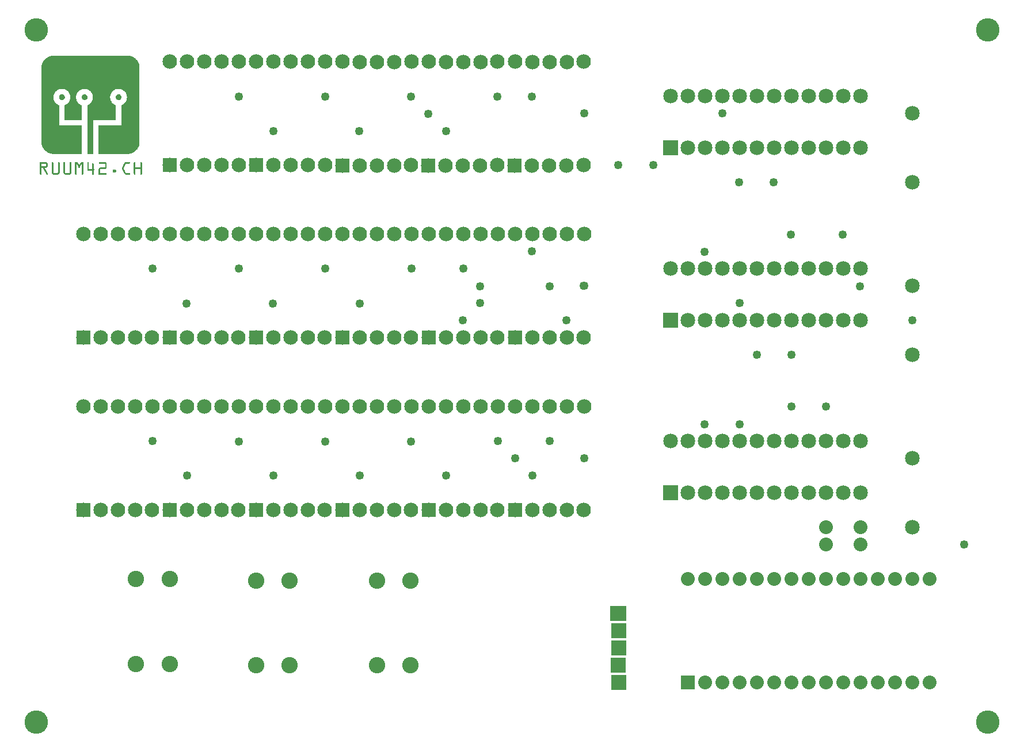
<source format=gts>
G04 MADE WITH FRITZING*
G04 WWW.FRITZING.ORG*
G04 DOUBLE SIDED*
G04 HOLES PLATED*
G04 CONTOUR ON CENTER OF CONTOUR VECTOR*
%ASAXBY*%
%FSLAX23Y23*%
%MOIN*%
%OFA0B0*%
%SFA1.0B1.0*%
%ADD10C,0.049370*%
%ADD11C,0.135984*%
%ADD12C,0.080000*%
%ADD13C,0.085000*%
%ADD14C,0.095000*%
%ADD15C,0.084000*%
%ADD16R,0.083028X0.081501*%
%ADD17R,0.081756X0.084809*%
%ADD18R,0.083028X0.079550*%
%ADD19R,0.081501X0.081077*%
%ADD20R,0.081756X0.081756*%
%ADD21R,0.010028X0.010028*%
%ADD22R,0.092469X0.089707*%
%ADD23R,0.090184X0.090286*%
%ADD24R,0.088917X0.088056*%
%ADD25R,0.090000X0.090000*%
%ADD26R,0.090184X0.090012*%
%ADD27R,0.080000X0.079972*%
%ADD28R,0.084000X0.084000*%
%ADD29R,0.085000X0.085000*%
%ADD30R,0.001000X0.001000*%
%LNMASK1*%
G90*
G70*
G54D10*
X4068Y2926D03*
X4769Y2027D03*
X4569Y2027D03*
X4867Y3025D03*
X4369Y2327D03*
X4570Y2327D03*
X4067Y1926D03*
X4269Y1926D03*
X3568Y3428D03*
X3769Y3427D03*
X4268Y3327D03*
X4468Y3327D03*
X4567Y3025D03*
G54D11*
X5708Y4213D03*
X196Y4213D03*
X5708Y197D03*
X196Y197D03*
G54D12*
X4769Y1227D03*
X4969Y1227D03*
X4769Y1327D03*
X4969Y1327D03*
G54D10*
X3370Y1728D03*
X2570Y3626D03*
X2467Y3725D03*
X4169Y3727D03*
X3369Y3728D03*
X5269Y3327D03*
X1369Y3826D03*
X1870Y3826D03*
X1870Y3826D03*
X2367Y3826D03*
X2367Y3826D03*
X2367Y3826D03*
X2868Y3826D03*
X2868Y3826D03*
X3068Y3826D03*
X3068Y3826D03*
X3069Y1627D03*
X3169Y1827D03*
X2969Y1727D03*
X5569Y1227D03*
G54D13*
X5269Y2727D03*
X5269Y2327D03*
G54D10*
X4270Y2629D03*
X3268Y2528D03*
X3368Y2728D03*
X3369Y2727D03*
X2768Y2726D03*
X3169Y2726D03*
X2768Y2627D03*
X3068Y2927D03*
X2367Y1826D03*
X1870Y1826D03*
X2869Y1827D03*
X5269Y1327D03*
X1068Y2626D03*
X1068Y2626D03*
X1568Y2626D03*
X1568Y2626D03*
X869Y1827D03*
X1369Y1826D03*
X1369Y1826D03*
X1870Y1826D03*
X2367Y1826D03*
X2869Y1827D03*
X869Y2827D03*
X1369Y2828D03*
X1369Y2828D03*
X1870Y2828D03*
X1870Y2828D03*
X2369Y2827D03*
X2369Y2827D03*
X2069Y2626D03*
X2668Y2528D03*
X2669Y2828D03*
X2669Y2828D03*
X1070Y1627D03*
X1569Y1627D03*
X2070Y1627D03*
X1070Y1627D03*
X1569Y1627D03*
X2070Y1627D03*
X2569Y1627D03*
X2569Y1627D03*
G54D14*
X2365Y1019D03*
X2169Y1019D03*
X2169Y527D03*
X2365Y527D03*
X2365Y1019D03*
X2169Y1019D03*
X2169Y527D03*
X2365Y527D03*
X1665Y1019D03*
X1469Y1019D03*
X1469Y527D03*
X1665Y527D03*
X1665Y1019D03*
X1469Y1019D03*
X1469Y527D03*
X1665Y527D03*
X969Y1027D03*
X772Y1027D03*
X772Y535D03*
X969Y535D03*
X969Y1027D03*
X772Y1027D03*
X772Y535D03*
X969Y535D03*
G54D15*
X3569Y427D03*
X3569Y527D03*
X3569Y627D03*
X3569Y727D03*
X3569Y827D03*
G54D12*
X3969Y427D03*
X4069Y427D03*
X4169Y427D03*
X4269Y427D03*
X4369Y427D03*
X4469Y427D03*
X4569Y427D03*
X4669Y427D03*
X4769Y427D03*
X4869Y427D03*
X4969Y427D03*
X5069Y427D03*
X5169Y427D03*
X5269Y427D03*
X5369Y427D03*
X3969Y1027D03*
X4069Y1027D03*
X4169Y1027D03*
X4269Y1027D03*
X4369Y1027D03*
X4469Y1027D03*
X4569Y1027D03*
X4669Y1027D03*
X4769Y1027D03*
X4869Y1027D03*
X4969Y1027D03*
X5069Y1027D03*
X5169Y1027D03*
X5269Y1027D03*
X5369Y1027D03*
G54D15*
X2968Y3426D03*
X3068Y3426D03*
X3168Y3426D03*
X3268Y3426D03*
X3366Y3427D03*
X3069Y4026D03*
X3169Y4026D03*
X3269Y4026D03*
X3368Y4027D03*
X2969Y4027D03*
X2969Y2427D03*
X3069Y2427D03*
X3169Y2427D03*
X3269Y2427D03*
X3367Y2427D03*
X3070Y3027D03*
X3170Y3027D03*
X3270Y3027D03*
X3369Y3027D03*
X2970Y3027D03*
X2969Y1427D03*
X3069Y1427D03*
X3169Y1427D03*
X3269Y1427D03*
X3367Y1427D03*
X3070Y2027D03*
X3170Y2027D03*
X3270Y2027D03*
X3369Y2027D03*
X2970Y2027D03*
X2468Y3426D03*
X2568Y3426D03*
X2668Y3426D03*
X2768Y3426D03*
X2866Y3427D03*
X2569Y4026D03*
X2669Y4026D03*
X2769Y4026D03*
X2868Y4027D03*
X2469Y4027D03*
X2469Y2427D03*
X2569Y2427D03*
X2669Y2427D03*
X2769Y2427D03*
X2867Y2427D03*
X2570Y3027D03*
X2670Y3027D03*
X2770Y3027D03*
X2869Y3027D03*
X2470Y3027D03*
X2469Y1427D03*
X2569Y1427D03*
X2669Y1427D03*
X2769Y1427D03*
X2867Y1427D03*
X2570Y2027D03*
X2670Y2027D03*
X2770Y2027D03*
X2869Y2027D03*
X2470Y2027D03*
X1969Y3426D03*
X2069Y3426D03*
X2169Y3426D03*
X2269Y3426D03*
X2368Y3427D03*
X2070Y4026D03*
X2170Y4026D03*
X2270Y4026D03*
X2369Y4027D03*
X1970Y4027D03*
X1969Y2427D03*
X2069Y2427D03*
X2169Y2427D03*
X2269Y2427D03*
X2367Y2427D03*
X2070Y3027D03*
X2170Y3027D03*
X2270Y3027D03*
X2369Y3027D03*
X1970Y3027D03*
X1969Y1427D03*
X2069Y1427D03*
X2169Y1427D03*
X2269Y1427D03*
X2367Y1427D03*
X2070Y2027D03*
X2170Y2027D03*
X2270Y2027D03*
X2369Y2027D03*
X1970Y2027D03*
X1470Y3427D03*
X1570Y3427D03*
X1670Y3427D03*
X1770Y3427D03*
X1869Y3427D03*
X1571Y4027D03*
X1671Y4027D03*
X1771Y4027D03*
X1870Y4027D03*
X1471Y4027D03*
X1469Y2427D03*
X1569Y2427D03*
X1669Y2427D03*
X1769Y2427D03*
X1867Y2427D03*
X1570Y3027D03*
X1670Y3027D03*
X1770Y3027D03*
X1869Y3027D03*
X1470Y3027D03*
X1469Y1427D03*
X1569Y1427D03*
X1669Y1427D03*
X1769Y1427D03*
X1867Y1427D03*
X1570Y2027D03*
X1670Y2027D03*
X1770Y2027D03*
X1869Y2027D03*
X1470Y2027D03*
X469Y2427D03*
X569Y2427D03*
X669Y2427D03*
X769Y2427D03*
X867Y2427D03*
X570Y3027D03*
X670Y3027D03*
X770Y3027D03*
X869Y3027D03*
X470Y3027D03*
X469Y1427D03*
X569Y1427D03*
X669Y1427D03*
X769Y1427D03*
X867Y1427D03*
X570Y2027D03*
X670Y2027D03*
X770Y2027D03*
X869Y2027D03*
X470Y2027D03*
X970Y3427D03*
X1070Y3427D03*
X1170Y3427D03*
X1270Y3427D03*
X1369Y3427D03*
X1071Y4027D03*
X1171Y4027D03*
X1271Y4027D03*
X1370Y4027D03*
X971Y4027D03*
X969Y2427D03*
X1069Y2427D03*
X1169Y2427D03*
X1269Y2427D03*
X1367Y2427D03*
X1070Y3027D03*
X1170Y3027D03*
X1270Y3027D03*
X1369Y3027D03*
X970Y3027D03*
X969Y1427D03*
X1069Y1427D03*
X1169Y1427D03*
X1269Y1427D03*
X1367Y1427D03*
X1070Y2027D03*
X1170Y2027D03*
X1270Y2027D03*
X1369Y2027D03*
X970Y2027D03*
G54D13*
X3869Y3527D03*
X3869Y3827D03*
X3969Y3527D03*
X3969Y3827D03*
X4069Y3527D03*
X4069Y3827D03*
X4169Y3527D03*
X4169Y3827D03*
X4269Y3527D03*
X4269Y3827D03*
X4369Y3527D03*
X4369Y3827D03*
X4469Y3527D03*
X4469Y3827D03*
X4569Y3527D03*
X4569Y3827D03*
X4669Y3527D03*
X4669Y3827D03*
X4769Y3527D03*
X4769Y3827D03*
X4869Y3527D03*
X4869Y3827D03*
X4969Y3527D03*
X4969Y3827D03*
X3869Y2527D03*
X3869Y2827D03*
X3969Y2527D03*
X3969Y2827D03*
X4069Y2527D03*
X4069Y2827D03*
X4169Y2527D03*
X4169Y2827D03*
X4269Y2527D03*
X4269Y2827D03*
X4369Y2527D03*
X4369Y2827D03*
X4469Y2527D03*
X4469Y2827D03*
X4569Y2527D03*
X4569Y2827D03*
X4669Y2527D03*
X4669Y2827D03*
X4769Y2527D03*
X4769Y2827D03*
X4869Y2527D03*
X4869Y2827D03*
X4969Y2527D03*
X4969Y2827D03*
X3870Y1527D03*
X3870Y1827D03*
X3970Y1527D03*
X3970Y1827D03*
X4070Y1527D03*
X4070Y1827D03*
X4170Y1527D03*
X4170Y1827D03*
X4270Y1527D03*
X4270Y1827D03*
X4370Y1527D03*
X4370Y1827D03*
X4470Y1527D03*
X4470Y1827D03*
X4570Y1527D03*
X4570Y1827D03*
X4670Y1527D03*
X4670Y1827D03*
X4770Y1527D03*
X4770Y1827D03*
X4870Y1527D03*
X4870Y1827D03*
X4970Y1527D03*
X4970Y1827D03*
X5269Y3327D03*
X5269Y3727D03*
X5269Y1327D03*
X5269Y1727D03*
G54D10*
X5269Y2527D03*
X4968Y2725D03*
X4968Y2725D03*
X5270Y2725D03*
X5270Y2725D03*
X1570Y3626D03*
X1570Y3626D03*
X2068Y3626D03*
X2068Y3626D03*
G54D16*
X3568Y826D03*
G54D17*
X3569Y728D03*
G54D18*
X3570Y627D03*
G54D19*
X3569Y426D03*
G54D20*
X3569Y527D03*
G54D21*
X3569Y427D03*
X3569Y527D03*
G54D19*
X3569Y527D03*
G54D20*
X3569Y427D03*
G54D21*
X3569Y427D03*
X3569Y527D03*
G54D19*
X3569Y527D03*
G54D20*
X3569Y427D03*
G54D21*
X3569Y427D03*
X3569Y527D03*
G54D19*
X3569Y527D03*
G54D20*
X3569Y427D03*
G54D22*
X3568Y827D03*
G54D23*
X3569Y727D03*
G54D24*
X3569Y627D03*
G54D25*
X3568Y527D03*
G54D26*
X3569Y427D03*
G54D16*
X3568Y826D03*
G54D17*
X3569Y728D03*
G54D18*
X3570Y627D03*
G54D19*
X3569Y426D03*
G54D20*
X3569Y527D03*
G54D21*
X3569Y427D03*
X3569Y527D03*
G54D19*
X3569Y527D03*
G54D20*
X3569Y427D03*
G54D21*
X3569Y427D03*
X3569Y527D03*
G54D19*
X3569Y527D03*
G54D20*
X3569Y427D03*
G54D21*
X3569Y427D03*
X3569Y527D03*
G54D19*
X3569Y527D03*
G54D20*
X3569Y427D03*
G54D22*
X3568Y827D03*
G54D23*
X3569Y727D03*
G54D24*
X3569Y627D03*
G54D25*
X3568Y527D03*
G54D26*
X3569Y427D03*
G54D27*
X3969Y427D03*
G54D28*
X2968Y3426D03*
X2969Y2427D03*
X2969Y1427D03*
X2468Y3426D03*
X2469Y2427D03*
X2469Y1427D03*
X1969Y3426D03*
X1969Y2427D03*
X1969Y1427D03*
X1470Y3427D03*
X1469Y2427D03*
X1469Y1427D03*
X469Y2427D03*
X469Y1427D03*
X970Y3427D03*
X969Y2427D03*
X969Y1427D03*
G54D29*
X3869Y3527D03*
X3869Y2527D03*
X3870Y1527D03*
G36D30*
X286Y4062D02*
X286Y4061D01*
X280Y4061D01*
X280Y4060D01*
X277Y4060D01*
X277Y4058D01*
X273Y4058D01*
X273Y4057D01*
X270Y4057D01*
X270Y4056D01*
X267Y4056D01*
X267Y4055D01*
X265Y4055D01*
X265Y4054D01*
X263Y4054D01*
X263Y4053D01*
X261Y4053D01*
X261Y4052D01*
X259Y4052D01*
X259Y4050D01*
X257Y4050D01*
X257Y4049D01*
X256Y4049D01*
X256Y4048D01*
X254Y4048D01*
X254Y4047D01*
X253Y4047D01*
X253Y4046D01*
X252Y4046D01*
X252Y4045D01*
X250Y4045D01*
X250Y4044D01*
X249Y4044D01*
X249Y4042D01*
X248Y4042D01*
X248Y4041D01*
X247Y4041D01*
X247Y4040D01*
X246Y4040D01*
X246Y4039D01*
X245Y4039D01*
X245Y4038D01*
X244Y4038D01*
X244Y4037D01*
X242Y4037D01*
X242Y4036D01*
X241Y4036D01*
X241Y4035D01*
X240Y4035D01*
X240Y4032D01*
X239Y4032D01*
X239Y4031D01*
X238Y4031D01*
X238Y4029D01*
X237Y4029D01*
X237Y4028D01*
X236Y4028D01*
X236Y4025D01*
X234Y4025D01*
X234Y4023D01*
X233Y4023D01*
X233Y4021D01*
X232Y4021D01*
X232Y4019D01*
X231Y4019D01*
X231Y4015D01*
X230Y4015D01*
X230Y4012D01*
X229Y4012D01*
X229Y4008D01*
X228Y4008D01*
X228Y4003D01*
X226Y4003D01*
X226Y3870D01*
X683Y3870D01*
X683Y3868D01*
X687Y3868D01*
X687Y3867D01*
X691Y3867D01*
X691Y3866D01*
X694Y3866D01*
X694Y3865D01*
X696Y3865D01*
X696Y3864D01*
X698Y3864D01*
X698Y3863D01*
X700Y3863D01*
X700Y3862D01*
X701Y3862D01*
X701Y3860D01*
X703Y3860D01*
X703Y3859D01*
X704Y3859D01*
X704Y3858D01*
X705Y3858D01*
X705Y3857D01*
X707Y3857D01*
X707Y3856D01*
X708Y3856D01*
X708Y3855D01*
X709Y3855D01*
X709Y3854D01*
X710Y3854D01*
X710Y3852D01*
X711Y3852D01*
X711Y3851D01*
X712Y3851D01*
X712Y3850D01*
X713Y3850D01*
X713Y3848D01*
X715Y3848D01*
X715Y3847D01*
X716Y3847D01*
X716Y3845D01*
X717Y3845D01*
X717Y3842D01*
X718Y3842D01*
X718Y3840D01*
X719Y3840D01*
X719Y3837D01*
X720Y3837D01*
X720Y3832D01*
X721Y3832D01*
X721Y3825D01*
X723Y3825D01*
X723Y3817D01*
X721Y3817D01*
X721Y3810D01*
X720Y3810D01*
X720Y3806D01*
X719Y3806D01*
X719Y3802D01*
X718Y3802D01*
X718Y3800D01*
X717Y3800D01*
X717Y3798D01*
X716Y3798D01*
X716Y3796D01*
X715Y3796D01*
X715Y3794D01*
X713Y3794D01*
X713Y3792D01*
X712Y3792D01*
X712Y3791D01*
X711Y3791D01*
X711Y3790D01*
X710Y3790D01*
X710Y3789D01*
X709Y3789D01*
X709Y3788D01*
X708Y3788D01*
X708Y3786D01*
X707Y3786D01*
X707Y3785D01*
X705Y3785D01*
X705Y3784D01*
X704Y3784D01*
X704Y3783D01*
X703Y3783D01*
X703Y3782D01*
X701Y3782D01*
X701Y3781D01*
X700Y3781D01*
X700Y3780D01*
X698Y3780D01*
X698Y3779D01*
X696Y3779D01*
X696Y3777D01*
X694Y3777D01*
X694Y3776D01*
X691Y3776D01*
X691Y3775D01*
X690Y3775D01*
X690Y3657D01*
X558Y3657D01*
X558Y3493D01*
X736Y3493D01*
X736Y3494D01*
X742Y3494D01*
X742Y3495D01*
X745Y3495D01*
X745Y3496D01*
X749Y3496D01*
X749Y3497D01*
X752Y3497D01*
X752Y3499D01*
X754Y3499D01*
X754Y3500D01*
X757Y3500D01*
X757Y3501D01*
X759Y3501D01*
X759Y3502D01*
X761Y3502D01*
X761Y3503D01*
X762Y3503D01*
X762Y3504D01*
X765Y3504D01*
X765Y3505D01*
X766Y3505D01*
X766Y3507D01*
X768Y3507D01*
X768Y3508D01*
X769Y3508D01*
X769Y3509D01*
X770Y3509D01*
X770Y3510D01*
X771Y3510D01*
X771Y3511D01*
X773Y3511D01*
X773Y3512D01*
X774Y3512D01*
X774Y3513D01*
X775Y3513D01*
X775Y3515D01*
X776Y3515D01*
X776Y3516D01*
X777Y3516D01*
X777Y3517D01*
X778Y3517D01*
X778Y3518D01*
X779Y3518D01*
X779Y3519D01*
X781Y3519D01*
X781Y3520D01*
X782Y3520D01*
X782Y3523D01*
X783Y3523D01*
X783Y3524D01*
X784Y3524D01*
X784Y3526D01*
X785Y3526D01*
X785Y3527D01*
X786Y3527D01*
X786Y3529D01*
X787Y3529D01*
X787Y3532D01*
X789Y3532D01*
X789Y3534D01*
X790Y3534D01*
X790Y3536D01*
X791Y3536D01*
X791Y3540D01*
X792Y3540D01*
X792Y3543D01*
X793Y3543D01*
X793Y3546D01*
X794Y3546D01*
X794Y3552D01*
X795Y3552D01*
X795Y4003D01*
X794Y4003D01*
X794Y4008D01*
X793Y4008D01*
X793Y4012D01*
X792Y4012D01*
X792Y4015D01*
X791Y4015D01*
X791Y4019D01*
X790Y4019D01*
X790Y4021D01*
X789Y4021D01*
X789Y4023D01*
X787Y4023D01*
X787Y4025D01*
X786Y4025D01*
X786Y4028D01*
X785Y4028D01*
X785Y4029D01*
X784Y4029D01*
X784Y4031D01*
X783Y4031D01*
X783Y4032D01*
X782Y4032D01*
X782Y4035D01*
X781Y4035D01*
X781Y4036D01*
X779Y4036D01*
X779Y4037D01*
X778Y4037D01*
X778Y4038D01*
X777Y4038D01*
X777Y4039D01*
X776Y4039D01*
X776Y4040D01*
X775Y4040D01*
X775Y4041D01*
X774Y4041D01*
X774Y4042D01*
X773Y4042D01*
X773Y4044D01*
X771Y4044D01*
X771Y4045D01*
X770Y4045D01*
X770Y4046D01*
X769Y4046D01*
X769Y4047D01*
X768Y4047D01*
X768Y4048D01*
X766Y4048D01*
X766Y4049D01*
X765Y4049D01*
X765Y4050D01*
X762Y4050D01*
X762Y4052D01*
X761Y4052D01*
X761Y4053D01*
X759Y4053D01*
X759Y4054D01*
X757Y4054D01*
X757Y4055D01*
X754Y4055D01*
X754Y4056D01*
X752Y4056D01*
X752Y4057D01*
X749Y4057D01*
X749Y4058D01*
X745Y4058D01*
X745Y4060D01*
X742Y4060D01*
X742Y4061D01*
X736Y4061D01*
X736Y4062D01*
X286Y4062D01*
G37*
D02*
G36*
X226Y3870D02*
X226Y3552D01*
X228Y3552D01*
X228Y3546D01*
X229Y3546D01*
X229Y3543D01*
X230Y3543D01*
X230Y3540D01*
X231Y3540D01*
X231Y3536D01*
X232Y3536D01*
X232Y3534D01*
X233Y3534D01*
X233Y3532D01*
X234Y3532D01*
X234Y3529D01*
X236Y3529D01*
X236Y3527D01*
X237Y3527D01*
X237Y3526D01*
X238Y3526D01*
X238Y3524D01*
X239Y3524D01*
X239Y3523D01*
X240Y3523D01*
X240Y3520D01*
X241Y3520D01*
X241Y3519D01*
X242Y3519D01*
X242Y3518D01*
X244Y3518D01*
X244Y3517D01*
X245Y3517D01*
X245Y3516D01*
X246Y3516D01*
X246Y3515D01*
X247Y3515D01*
X247Y3513D01*
X248Y3513D01*
X248Y3512D01*
X249Y3512D01*
X249Y3511D01*
X250Y3511D01*
X250Y3510D01*
X252Y3510D01*
X252Y3509D01*
X253Y3509D01*
X253Y3508D01*
X254Y3508D01*
X254Y3507D01*
X256Y3507D01*
X256Y3505D01*
X257Y3505D01*
X257Y3504D01*
X259Y3504D01*
X259Y3503D01*
X261Y3503D01*
X261Y3502D01*
X263Y3502D01*
X263Y3501D01*
X265Y3501D01*
X265Y3500D01*
X267Y3500D01*
X267Y3499D01*
X270Y3499D01*
X270Y3497D01*
X273Y3497D01*
X273Y3496D01*
X277Y3496D01*
X277Y3495D01*
X280Y3495D01*
X280Y3494D01*
X286Y3494D01*
X286Y3493D01*
X460Y3493D01*
X460Y3657D01*
X329Y3657D01*
X329Y3775D01*
X328Y3775D01*
X328Y3776D01*
X324Y3776D01*
X324Y3777D01*
X322Y3777D01*
X322Y3779D01*
X321Y3779D01*
X321Y3780D01*
X319Y3780D01*
X319Y3781D01*
X316Y3781D01*
X316Y3782D01*
X315Y3782D01*
X315Y3783D01*
X314Y3783D01*
X314Y3784D01*
X313Y3784D01*
X313Y3785D01*
X311Y3785D01*
X311Y3786D01*
X310Y3786D01*
X310Y3789D01*
X308Y3789D01*
X308Y3790D01*
X307Y3790D01*
X307Y3791D01*
X306Y3791D01*
X306Y3792D01*
X305Y3792D01*
X305Y3794D01*
X304Y3794D01*
X304Y3796D01*
X303Y3796D01*
X303Y3798D01*
X302Y3798D01*
X302Y3800D01*
X300Y3800D01*
X300Y3802D01*
X299Y3802D01*
X299Y3806D01*
X298Y3806D01*
X298Y3810D01*
X297Y3810D01*
X297Y3832D01*
X298Y3832D01*
X298Y3835D01*
X299Y3835D01*
X299Y3839D01*
X300Y3839D01*
X300Y3841D01*
X302Y3841D01*
X302Y3845D01*
X303Y3845D01*
X303Y3846D01*
X304Y3846D01*
X304Y3848D01*
X305Y3848D01*
X305Y3849D01*
X306Y3849D01*
X306Y3851D01*
X307Y3851D01*
X307Y3852D01*
X308Y3852D01*
X308Y3854D01*
X310Y3854D01*
X310Y3855D01*
X311Y3855D01*
X311Y3856D01*
X312Y3856D01*
X312Y3857D01*
X313Y3857D01*
X313Y3858D01*
X314Y3858D01*
X314Y3859D01*
X315Y3859D01*
X315Y3860D01*
X318Y3860D01*
X318Y3862D01*
X319Y3862D01*
X319Y3863D01*
X321Y3863D01*
X321Y3864D01*
X323Y3864D01*
X323Y3865D01*
X325Y3865D01*
X325Y3866D01*
X328Y3866D01*
X328Y3867D01*
X331Y3867D01*
X331Y3868D01*
X336Y3868D01*
X336Y3870D01*
X226Y3870D01*
G37*
D02*
G36*
X355Y3870D02*
X355Y3868D01*
X360Y3868D01*
X360Y3867D01*
X363Y3867D01*
X363Y3866D01*
X365Y3866D01*
X365Y3865D01*
X368Y3865D01*
X368Y3864D01*
X370Y3864D01*
X370Y3863D01*
X372Y3863D01*
X372Y3862D01*
X373Y3862D01*
X373Y3860D01*
X374Y3860D01*
X374Y3859D01*
X377Y3859D01*
X377Y3858D01*
X378Y3858D01*
X378Y3857D01*
X379Y3857D01*
X379Y3856D01*
X380Y3856D01*
X380Y3855D01*
X381Y3855D01*
X381Y3854D01*
X382Y3854D01*
X382Y3852D01*
X384Y3852D01*
X384Y3850D01*
X385Y3850D01*
X385Y3849D01*
X386Y3849D01*
X386Y3847D01*
X387Y3847D01*
X387Y3846D01*
X388Y3846D01*
X388Y3843D01*
X389Y3843D01*
X389Y3841D01*
X390Y3841D01*
X390Y3838D01*
X391Y3838D01*
X391Y3834D01*
X393Y3834D01*
X393Y3829D01*
X394Y3829D01*
X394Y3814D01*
X393Y3814D01*
X393Y3808D01*
X391Y3808D01*
X391Y3805D01*
X390Y3805D01*
X390Y3802D01*
X389Y3802D01*
X389Y3799D01*
X388Y3799D01*
X388Y3798D01*
X387Y3798D01*
X387Y3796D01*
X386Y3796D01*
X386Y3793D01*
X385Y3793D01*
X385Y3792D01*
X384Y3792D01*
X384Y3791D01*
X382Y3791D01*
X382Y3790D01*
X381Y3790D01*
X381Y3788D01*
X380Y3788D01*
X380Y3786D01*
X379Y3786D01*
X379Y3785D01*
X377Y3785D01*
X377Y3784D01*
X376Y3784D01*
X376Y3783D01*
X374Y3783D01*
X374Y3782D01*
X373Y3782D01*
X373Y3781D01*
X371Y3781D01*
X371Y3780D01*
X370Y3780D01*
X370Y3779D01*
X368Y3779D01*
X368Y3777D01*
X365Y3777D01*
X365Y3776D01*
X363Y3776D01*
X363Y3775D01*
X361Y3775D01*
X361Y3689D01*
X460Y3689D01*
X460Y3775D01*
X459Y3775D01*
X459Y3776D01*
X455Y3776D01*
X455Y3777D01*
X453Y3777D01*
X453Y3779D01*
X452Y3779D01*
X452Y3780D01*
X449Y3780D01*
X449Y3781D01*
X447Y3781D01*
X447Y3782D01*
X446Y3782D01*
X446Y3783D01*
X445Y3783D01*
X445Y3784D01*
X444Y3784D01*
X444Y3785D01*
X443Y3785D01*
X443Y3786D01*
X440Y3786D01*
X440Y3789D01*
X439Y3789D01*
X439Y3790D01*
X438Y3790D01*
X438Y3791D01*
X437Y3791D01*
X437Y3792D01*
X436Y3792D01*
X436Y3794D01*
X435Y3794D01*
X435Y3796D01*
X434Y3796D01*
X434Y3798D01*
X432Y3798D01*
X432Y3800D01*
X431Y3800D01*
X431Y3804D01*
X430Y3804D01*
X430Y3807D01*
X429Y3807D01*
X429Y3812D01*
X428Y3812D01*
X428Y3831D01*
X429Y3831D01*
X429Y3835D01*
X430Y3835D01*
X430Y3839D01*
X431Y3839D01*
X431Y3841D01*
X432Y3841D01*
X432Y3843D01*
X434Y3843D01*
X434Y3846D01*
X435Y3846D01*
X435Y3848D01*
X436Y3848D01*
X436Y3849D01*
X437Y3849D01*
X437Y3850D01*
X438Y3850D01*
X438Y3852D01*
X439Y3852D01*
X439Y3854D01*
X440Y3854D01*
X440Y3855D01*
X442Y3855D01*
X442Y3856D01*
X443Y3856D01*
X443Y3857D01*
X444Y3857D01*
X444Y3858D01*
X445Y3858D01*
X445Y3859D01*
X447Y3859D01*
X447Y3860D01*
X448Y3860D01*
X448Y3862D01*
X449Y3862D01*
X449Y3863D01*
X452Y3863D01*
X452Y3864D01*
X454Y3864D01*
X454Y3865D01*
X456Y3865D01*
X456Y3866D01*
X459Y3866D01*
X459Y3867D01*
X462Y3867D01*
X462Y3868D01*
X467Y3868D01*
X467Y3870D01*
X355Y3870D01*
G37*
D02*
G36*
X486Y3870D02*
X486Y3868D01*
X490Y3868D01*
X490Y3867D01*
X494Y3867D01*
X494Y3866D01*
X496Y3866D01*
X496Y3865D01*
X498Y3865D01*
X498Y3864D01*
X501Y3864D01*
X501Y3863D01*
X503Y3863D01*
X503Y3862D01*
X504Y3862D01*
X504Y3860D01*
X506Y3860D01*
X506Y3859D01*
X508Y3859D01*
X508Y3858D01*
X509Y3858D01*
X509Y3857D01*
X510Y3857D01*
X510Y3856D01*
X511Y3856D01*
X511Y3855D01*
X512Y3855D01*
X512Y3854D01*
X513Y3854D01*
X513Y3852D01*
X514Y3852D01*
X514Y3851D01*
X515Y3851D01*
X515Y3849D01*
X517Y3849D01*
X517Y3848D01*
X518Y3848D01*
X518Y3846D01*
X519Y3846D01*
X519Y3843D01*
X520Y3843D01*
X520Y3841D01*
X521Y3841D01*
X521Y3839D01*
X522Y3839D01*
X522Y3835D01*
X523Y3835D01*
X523Y3831D01*
X525Y3831D01*
X525Y3813D01*
X523Y3813D01*
X523Y3808D01*
X522Y3808D01*
X522Y3805D01*
X521Y3805D01*
X521Y3801D01*
X520Y3801D01*
X520Y3799D01*
X519Y3799D01*
X519Y3797D01*
X518Y3797D01*
X518Y3796D01*
X517Y3796D01*
X517Y3793D01*
X515Y3793D01*
X515Y3792D01*
X514Y3792D01*
X514Y3791D01*
X513Y3791D01*
X513Y3789D01*
X512Y3789D01*
X512Y3788D01*
X511Y3788D01*
X511Y3786D01*
X510Y3786D01*
X510Y3785D01*
X509Y3785D01*
X509Y3784D01*
X506Y3784D01*
X506Y3783D01*
X505Y3783D01*
X505Y3782D01*
X504Y3782D01*
X504Y3781D01*
X502Y3781D01*
X502Y3780D01*
X501Y3780D01*
X501Y3779D01*
X498Y3779D01*
X498Y3777D01*
X496Y3777D01*
X496Y3776D01*
X494Y3776D01*
X494Y3775D01*
X492Y3775D01*
X492Y3493D01*
X526Y3493D01*
X526Y3689D01*
X658Y3689D01*
X658Y3775D01*
X657Y3775D01*
X657Y3776D01*
X653Y3776D01*
X653Y3777D01*
X651Y3777D01*
X651Y3779D01*
X649Y3779D01*
X649Y3780D01*
X647Y3780D01*
X647Y3781D01*
X645Y3781D01*
X645Y3782D01*
X644Y3782D01*
X644Y3783D01*
X642Y3783D01*
X642Y3784D01*
X641Y3784D01*
X641Y3785D01*
X639Y3785D01*
X639Y3786D01*
X638Y3786D01*
X638Y3788D01*
X637Y3788D01*
X637Y3789D01*
X636Y3789D01*
X636Y3790D01*
X635Y3790D01*
X635Y3792D01*
X634Y3792D01*
X634Y3793D01*
X633Y3793D01*
X633Y3796D01*
X632Y3796D01*
X632Y3797D01*
X630Y3797D01*
X630Y3799D01*
X629Y3799D01*
X629Y3801D01*
X628Y3801D01*
X628Y3805D01*
X627Y3805D01*
X627Y3808D01*
X626Y3808D01*
X626Y3815D01*
X625Y3815D01*
X625Y3827D01*
X626Y3827D01*
X626Y3833D01*
X627Y3833D01*
X627Y3838D01*
X628Y3838D01*
X628Y3840D01*
X629Y3840D01*
X629Y3842D01*
X630Y3842D01*
X630Y3845D01*
X632Y3845D01*
X632Y3847D01*
X633Y3847D01*
X633Y3849D01*
X634Y3849D01*
X634Y3850D01*
X635Y3850D01*
X635Y3851D01*
X636Y3851D01*
X636Y3854D01*
X637Y3854D01*
X637Y3855D01*
X638Y3855D01*
X638Y3856D01*
X639Y3856D01*
X639Y3857D01*
X641Y3857D01*
X641Y3858D01*
X642Y3858D01*
X642Y3859D01*
X644Y3859D01*
X644Y3860D01*
X645Y3860D01*
X645Y3862D01*
X647Y3862D01*
X647Y3863D01*
X649Y3863D01*
X649Y3864D01*
X651Y3864D01*
X651Y3865D01*
X653Y3865D01*
X653Y3866D01*
X655Y3866D01*
X655Y3867D01*
X659Y3867D01*
X659Y3868D01*
X663Y3868D01*
X663Y3870D01*
X486Y3870D01*
G37*
D02*
G36*
X340Y3838D02*
X340Y3837D01*
X337Y3837D01*
X337Y3835D01*
X336Y3835D01*
X336Y3834D01*
X335Y3834D01*
X335Y3833D01*
X333Y3833D01*
X333Y3832D01*
X332Y3832D01*
X332Y3831D01*
X331Y3831D01*
X331Y3830D01*
X330Y3830D01*
X330Y3826D01*
X329Y3826D01*
X329Y3816D01*
X330Y3816D01*
X330Y3813D01*
X331Y3813D01*
X331Y3812D01*
X332Y3812D01*
X332Y3810D01*
X333Y3810D01*
X333Y3809D01*
X335Y3809D01*
X335Y3808D01*
X336Y3808D01*
X336Y3807D01*
X337Y3807D01*
X337Y3806D01*
X340Y3806D01*
X340Y3805D01*
X351Y3805D01*
X351Y3806D01*
X353Y3806D01*
X353Y3807D01*
X355Y3807D01*
X355Y3808D01*
X356Y3808D01*
X356Y3809D01*
X357Y3809D01*
X357Y3810D01*
X358Y3810D01*
X358Y3812D01*
X360Y3812D01*
X360Y3814D01*
X361Y3814D01*
X361Y3816D01*
X362Y3816D01*
X362Y3826D01*
X361Y3826D01*
X361Y3829D01*
X360Y3829D01*
X360Y3831D01*
X358Y3831D01*
X358Y3832D01*
X357Y3832D01*
X357Y3833D01*
X356Y3833D01*
X356Y3834D01*
X355Y3834D01*
X355Y3835D01*
X353Y3835D01*
X353Y3837D01*
X351Y3837D01*
X351Y3838D01*
X340Y3838D01*
G37*
D02*
G36*
X471Y3838D02*
X471Y3837D01*
X469Y3837D01*
X469Y3835D01*
X467Y3835D01*
X467Y3834D01*
X465Y3834D01*
X465Y3833D01*
X464Y3833D01*
X464Y3832D01*
X463Y3832D01*
X463Y3831D01*
X462Y3831D01*
X462Y3829D01*
X461Y3829D01*
X461Y3825D01*
X460Y3825D01*
X460Y3817D01*
X461Y3817D01*
X461Y3814D01*
X462Y3814D01*
X462Y3812D01*
X463Y3812D01*
X463Y3810D01*
X464Y3810D01*
X464Y3809D01*
X465Y3809D01*
X465Y3808D01*
X467Y3808D01*
X467Y3807D01*
X469Y3807D01*
X469Y3806D01*
X471Y3806D01*
X471Y3805D01*
X482Y3805D01*
X482Y3806D01*
X485Y3806D01*
X485Y3807D01*
X486Y3807D01*
X486Y3808D01*
X488Y3808D01*
X488Y3809D01*
X489Y3809D01*
X489Y3810D01*
X490Y3810D01*
X490Y3813D01*
X492Y3813D01*
X492Y3815D01*
X493Y3815D01*
X493Y3819D01*
X494Y3819D01*
X494Y3823D01*
X493Y3823D01*
X493Y3827D01*
X492Y3827D01*
X492Y3830D01*
X490Y3830D01*
X490Y3832D01*
X489Y3832D01*
X489Y3833D01*
X488Y3833D01*
X488Y3834D01*
X486Y3834D01*
X486Y3835D01*
X485Y3835D01*
X485Y3837D01*
X481Y3837D01*
X481Y3838D01*
X471Y3838D01*
G37*
D02*
G36*
X668Y3838D02*
X668Y3837D01*
X666Y3837D01*
X666Y3835D01*
X663Y3835D01*
X663Y3834D01*
X662Y3834D01*
X662Y3833D01*
X661Y3833D01*
X661Y3832D01*
X660Y3832D01*
X660Y3831D01*
X659Y3831D01*
X659Y3829D01*
X658Y3829D01*
X658Y3825D01*
X657Y3825D01*
X657Y3817D01*
X658Y3817D01*
X658Y3814D01*
X659Y3814D01*
X659Y3812D01*
X660Y3812D01*
X660Y3810D01*
X661Y3810D01*
X661Y3809D01*
X662Y3809D01*
X662Y3808D01*
X663Y3808D01*
X663Y3807D01*
X666Y3807D01*
X666Y3806D01*
X668Y3806D01*
X668Y3805D01*
X679Y3805D01*
X679Y3806D01*
X682Y3806D01*
X682Y3807D01*
X684Y3807D01*
X684Y3808D01*
X685Y3808D01*
X685Y3809D01*
X686Y3809D01*
X686Y3810D01*
X687Y3810D01*
X687Y3813D01*
X688Y3813D01*
X688Y3815D01*
X690Y3815D01*
X690Y3818D01*
X691Y3818D01*
X691Y3824D01*
X690Y3824D01*
X690Y3827D01*
X688Y3827D01*
X688Y3830D01*
X687Y3830D01*
X687Y3832D01*
X686Y3832D01*
X686Y3833D01*
X685Y3833D01*
X685Y3834D01*
X684Y3834D01*
X684Y3835D01*
X682Y3835D01*
X682Y3837D01*
X679Y3837D01*
X679Y3838D01*
X668Y3838D01*
G37*
D02*
G54D30*
X218Y3446D02*
X251Y3446D01*
X290Y3446D02*
X290Y3446D01*
X328Y3446D02*
X328Y3446D01*
X358Y3446D02*
X359Y3446D01*
X396Y3446D02*
X396Y3446D01*
X423Y3446D02*
X433Y3446D01*
X457Y3446D02*
X468Y3446D01*
X497Y3446D02*
X497Y3446D01*
X562Y3446D02*
X596Y3446D01*
X717Y3446D02*
X736Y3446D01*
X767Y3446D02*
X767Y3446D01*
X804Y3446D02*
X804Y3446D01*
X218Y3445D02*
X255Y3445D01*
X288Y3445D02*
X293Y3445D01*
X325Y3445D02*
X330Y3445D01*
X356Y3445D02*
X361Y3445D01*
X393Y3445D02*
X398Y3445D01*
X422Y3445D02*
X434Y3445D01*
X456Y3445D02*
X468Y3445D01*
X494Y3445D02*
X499Y3445D01*
X560Y3445D02*
X599Y3445D01*
X713Y3445D02*
X738Y3445D01*
X764Y3445D02*
X769Y3445D01*
X802Y3445D02*
X807Y3445D01*
X218Y3444D02*
X257Y3444D01*
X287Y3444D02*
X294Y3444D01*
X324Y3444D02*
X331Y3444D01*
X355Y3444D02*
X362Y3444D01*
X392Y3444D02*
X399Y3444D01*
X422Y3444D02*
X435Y3444D01*
X456Y3444D02*
X468Y3444D01*
X493Y3444D02*
X500Y3444D01*
X559Y3444D02*
X601Y3444D01*
X711Y3444D02*
X739Y3444D01*
X763Y3444D02*
X770Y3444D01*
X801Y3444D02*
X807Y3444D01*
X218Y3443D02*
X258Y3443D01*
X286Y3443D02*
X294Y3443D01*
X324Y3443D02*
X332Y3443D01*
X355Y3443D02*
X362Y3443D01*
X392Y3443D02*
X400Y3443D01*
X422Y3443D02*
X435Y3443D01*
X455Y3443D02*
X468Y3443D01*
X493Y3443D02*
X501Y3443D01*
X559Y3443D02*
X602Y3443D01*
X710Y3443D02*
X740Y3443D01*
X763Y3443D02*
X771Y3443D01*
X800Y3443D02*
X808Y3443D01*
X218Y3442D02*
X260Y3442D01*
X286Y3442D02*
X295Y3442D01*
X324Y3442D02*
X332Y3442D01*
X354Y3442D02*
X363Y3442D01*
X392Y3442D02*
X400Y3442D01*
X422Y3442D02*
X436Y3442D01*
X454Y3442D02*
X468Y3442D01*
X493Y3442D02*
X501Y3442D01*
X558Y3442D02*
X602Y3442D01*
X709Y3442D02*
X740Y3442D01*
X763Y3442D02*
X771Y3442D01*
X800Y3442D02*
X808Y3442D01*
X218Y3441D02*
X260Y3441D01*
X286Y3441D02*
X295Y3441D01*
X324Y3441D02*
X332Y3441D01*
X354Y3441D02*
X363Y3441D01*
X392Y3441D02*
X400Y3441D01*
X422Y3441D02*
X437Y3441D01*
X454Y3441D02*
X468Y3441D01*
X493Y3441D02*
X501Y3441D01*
X558Y3441D02*
X603Y3441D01*
X708Y3441D02*
X740Y3441D01*
X762Y3441D02*
X771Y3441D01*
X800Y3441D02*
X808Y3441D01*
X218Y3440D02*
X261Y3440D01*
X286Y3440D02*
X295Y3440D01*
X324Y3440D02*
X332Y3440D01*
X354Y3440D02*
X363Y3440D01*
X392Y3440D02*
X400Y3440D01*
X422Y3440D02*
X437Y3440D01*
X453Y3440D02*
X468Y3440D01*
X493Y3440D02*
X501Y3440D01*
X559Y3440D02*
X604Y3440D01*
X707Y3440D02*
X740Y3440D01*
X762Y3440D02*
X771Y3440D01*
X800Y3440D02*
X808Y3440D01*
X218Y3439D02*
X262Y3439D01*
X286Y3439D02*
X295Y3439D01*
X324Y3439D02*
X332Y3439D01*
X354Y3439D02*
X363Y3439D01*
X392Y3439D02*
X400Y3439D01*
X422Y3439D02*
X438Y3439D01*
X452Y3439D02*
X468Y3439D01*
X493Y3439D02*
X501Y3439D01*
X559Y3439D02*
X604Y3439D01*
X707Y3439D02*
X740Y3439D01*
X762Y3439D02*
X771Y3439D01*
X800Y3439D02*
X808Y3439D01*
X218Y3438D02*
X263Y3438D01*
X286Y3438D02*
X295Y3438D01*
X324Y3438D02*
X332Y3438D01*
X354Y3438D02*
X363Y3438D01*
X392Y3438D02*
X400Y3438D01*
X422Y3438D02*
X439Y3438D01*
X452Y3438D02*
X468Y3438D01*
X493Y3438D02*
X501Y3438D01*
X525Y3438D02*
X525Y3438D01*
X560Y3438D02*
X604Y3438D01*
X706Y3438D02*
X739Y3438D01*
X762Y3438D02*
X771Y3438D01*
X800Y3438D02*
X808Y3438D01*
X218Y3437D02*
X263Y3437D01*
X286Y3437D02*
X295Y3437D01*
X324Y3437D02*
X332Y3437D01*
X354Y3437D02*
X363Y3437D01*
X392Y3437D02*
X400Y3437D01*
X422Y3437D02*
X440Y3437D01*
X451Y3437D02*
X468Y3437D01*
X493Y3437D02*
X501Y3437D01*
X522Y3437D02*
X527Y3437D01*
X561Y3437D02*
X604Y3437D01*
X706Y3437D02*
X737Y3437D01*
X762Y3437D02*
X771Y3437D01*
X800Y3437D02*
X808Y3437D01*
X218Y3436D02*
X227Y3436D01*
X253Y3436D02*
X263Y3436D01*
X286Y3436D02*
X295Y3436D01*
X324Y3436D02*
X332Y3436D01*
X354Y3436D02*
X363Y3436D01*
X392Y3436D02*
X400Y3436D01*
X422Y3436D02*
X440Y3436D01*
X450Y3436D02*
X468Y3436D01*
X493Y3436D02*
X501Y3436D01*
X521Y3436D02*
X528Y3436D01*
X596Y3436D02*
X604Y3436D01*
X705Y3436D02*
X716Y3436D01*
X762Y3436D02*
X771Y3436D01*
X800Y3436D02*
X808Y3436D01*
X218Y3435D02*
X227Y3435D01*
X254Y3435D02*
X264Y3435D01*
X286Y3435D02*
X295Y3435D01*
X324Y3435D02*
X332Y3435D01*
X354Y3435D02*
X363Y3435D01*
X392Y3435D02*
X400Y3435D01*
X422Y3435D02*
X441Y3435D01*
X449Y3435D02*
X468Y3435D01*
X493Y3435D02*
X501Y3435D01*
X521Y3435D02*
X529Y3435D01*
X596Y3435D02*
X604Y3435D01*
X705Y3435D02*
X715Y3435D01*
X762Y3435D02*
X771Y3435D01*
X800Y3435D02*
X808Y3435D01*
X218Y3434D02*
X227Y3434D01*
X255Y3434D02*
X264Y3434D01*
X286Y3434D02*
X295Y3434D01*
X324Y3434D02*
X332Y3434D01*
X354Y3434D02*
X363Y3434D01*
X392Y3434D02*
X400Y3434D01*
X422Y3434D02*
X442Y3434D01*
X449Y3434D02*
X468Y3434D01*
X493Y3434D02*
X501Y3434D01*
X521Y3434D02*
X529Y3434D01*
X596Y3434D02*
X604Y3434D01*
X704Y3434D02*
X714Y3434D01*
X762Y3434D02*
X771Y3434D01*
X800Y3434D02*
X808Y3434D01*
X218Y3433D02*
X227Y3433D01*
X255Y3433D02*
X264Y3433D01*
X286Y3433D02*
X295Y3433D01*
X324Y3433D02*
X332Y3433D01*
X354Y3433D02*
X363Y3433D01*
X392Y3433D02*
X400Y3433D01*
X422Y3433D02*
X442Y3433D01*
X448Y3433D02*
X468Y3433D01*
X493Y3433D02*
X501Y3433D01*
X521Y3433D02*
X529Y3433D01*
X596Y3433D02*
X604Y3433D01*
X704Y3433D02*
X713Y3433D01*
X762Y3433D02*
X771Y3433D01*
X800Y3433D02*
X808Y3433D01*
X218Y3432D02*
X227Y3432D01*
X255Y3432D02*
X264Y3432D01*
X286Y3432D02*
X295Y3432D01*
X324Y3432D02*
X332Y3432D01*
X354Y3432D02*
X363Y3432D01*
X392Y3432D02*
X400Y3432D01*
X422Y3432D02*
X443Y3432D01*
X447Y3432D02*
X458Y3432D01*
X460Y3432D02*
X468Y3432D01*
X493Y3432D02*
X501Y3432D01*
X521Y3432D02*
X529Y3432D01*
X596Y3432D02*
X604Y3432D01*
X703Y3432D02*
X713Y3432D01*
X762Y3432D02*
X771Y3432D01*
X800Y3432D02*
X808Y3432D01*
X218Y3431D02*
X227Y3431D01*
X255Y3431D02*
X264Y3431D01*
X286Y3431D02*
X295Y3431D01*
X324Y3431D02*
X332Y3431D01*
X354Y3431D02*
X363Y3431D01*
X392Y3431D02*
X400Y3431D01*
X422Y3431D02*
X431Y3431D01*
X433Y3431D02*
X444Y3431D01*
X447Y3431D02*
X457Y3431D01*
X460Y3431D02*
X468Y3431D01*
X493Y3431D02*
X501Y3431D01*
X521Y3431D02*
X529Y3431D01*
X596Y3431D02*
X604Y3431D01*
X703Y3431D02*
X712Y3431D01*
X762Y3431D02*
X771Y3431D01*
X800Y3431D02*
X808Y3431D01*
X218Y3430D02*
X227Y3430D01*
X255Y3430D02*
X264Y3430D01*
X286Y3430D02*
X295Y3430D01*
X324Y3430D02*
X332Y3430D01*
X354Y3430D02*
X363Y3430D01*
X392Y3430D02*
X400Y3430D01*
X422Y3430D02*
X431Y3430D01*
X434Y3430D02*
X456Y3430D01*
X460Y3430D02*
X468Y3430D01*
X493Y3430D02*
X501Y3430D01*
X521Y3430D02*
X529Y3430D01*
X596Y3430D02*
X604Y3430D01*
X702Y3430D02*
X712Y3430D01*
X762Y3430D02*
X771Y3430D01*
X800Y3430D02*
X808Y3430D01*
X218Y3429D02*
X227Y3429D01*
X255Y3429D02*
X264Y3429D01*
X286Y3429D02*
X295Y3429D01*
X324Y3429D02*
X332Y3429D01*
X354Y3429D02*
X363Y3429D01*
X392Y3429D02*
X400Y3429D01*
X422Y3429D02*
X431Y3429D01*
X434Y3429D02*
X456Y3429D01*
X460Y3429D02*
X468Y3429D01*
X493Y3429D02*
X501Y3429D01*
X521Y3429D02*
X529Y3429D01*
X596Y3429D02*
X604Y3429D01*
X702Y3429D02*
X711Y3429D01*
X762Y3429D02*
X771Y3429D01*
X800Y3429D02*
X808Y3429D01*
X218Y3428D02*
X227Y3428D01*
X255Y3428D02*
X264Y3428D01*
X286Y3428D02*
X295Y3428D01*
X324Y3428D02*
X332Y3428D01*
X354Y3428D02*
X363Y3428D01*
X392Y3428D02*
X400Y3428D01*
X422Y3428D02*
X431Y3428D01*
X435Y3428D02*
X455Y3428D01*
X460Y3428D02*
X468Y3428D01*
X493Y3428D02*
X501Y3428D01*
X521Y3428D02*
X529Y3428D01*
X596Y3428D02*
X604Y3428D01*
X701Y3428D02*
X711Y3428D01*
X762Y3428D02*
X771Y3428D01*
X800Y3428D02*
X808Y3428D01*
X218Y3427D02*
X227Y3427D01*
X255Y3427D02*
X264Y3427D01*
X286Y3427D02*
X295Y3427D01*
X324Y3427D02*
X332Y3427D01*
X354Y3427D02*
X363Y3427D01*
X392Y3427D02*
X400Y3427D01*
X422Y3427D02*
X431Y3427D01*
X436Y3427D02*
X454Y3427D01*
X460Y3427D02*
X468Y3427D01*
X493Y3427D02*
X501Y3427D01*
X521Y3427D02*
X529Y3427D01*
X596Y3427D02*
X604Y3427D01*
X701Y3427D02*
X710Y3427D01*
X762Y3427D02*
X771Y3427D01*
X800Y3427D02*
X808Y3427D01*
X218Y3426D02*
X227Y3426D01*
X255Y3426D02*
X264Y3426D01*
X286Y3426D02*
X295Y3426D01*
X324Y3426D02*
X332Y3426D01*
X354Y3426D02*
X363Y3426D01*
X392Y3426D02*
X400Y3426D01*
X422Y3426D02*
X431Y3426D01*
X437Y3426D02*
X454Y3426D01*
X460Y3426D02*
X468Y3426D01*
X493Y3426D02*
X501Y3426D01*
X521Y3426D02*
X529Y3426D01*
X596Y3426D02*
X604Y3426D01*
X700Y3426D02*
X710Y3426D01*
X762Y3426D02*
X771Y3426D01*
X800Y3426D02*
X808Y3426D01*
X218Y3425D02*
X227Y3425D01*
X255Y3425D02*
X264Y3425D01*
X286Y3425D02*
X295Y3425D01*
X324Y3425D02*
X332Y3425D01*
X354Y3425D02*
X363Y3425D01*
X392Y3425D02*
X400Y3425D01*
X422Y3425D02*
X431Y3425D01*
X437Y3425D02*
X453Y3425D01*
X460Y3425D02*
X468Y3425D01*
X493Y3425D02*
X501Y3425D01*
X521Y3425D02*
X529Y3425D01*
X596Y3425D02*
X604Y3425D01*
X700Y3425D02*
X709Y3425D01*
X762Y3425D02*
X771Y3425D01*
X800Y3425D02*
X808Y3425D01*
X218Y3424D02*
X227Y3424D01*
X254Y3424D02*
X264Y3424D01*
X286Y3424D02*
X295Y3424D01*
X324Y3424D02*
X332Y3424D01*
X354Y3424D02*
X363Y3424D01*
X392Y3424D02*
X400Y3424D01*
X422Y3424D02*
X431Y3424D01*
X438Y3424D02*
X452Y3424D01*
X460Y3424D02*
X468Y3424D01*
X493Y3424D02*
X501Y3424D01*
X521Y3424D02*
X529Y3424D01*
X596Y3424D02*
X604Y3424D01*
X699Y3424D02*
X709Y3424D01*
X762Y3424D02*
X771Y3424D01*
X800Y3424D02*
X808Y3424D01*
X218Y3423D02*
X227Y3423D01*
X253Y3423D02*
X263Y3423D01*
X286Y3423D02*
X295Y3423D01*
X324Y3423D02*
X332Y3423D01*
X354Y3423D02*
X363Y3423D01*
X392Y3423D02*
X400Y3423D01*
X422Y3423D02*
X431Y3423D01*
X439Y3423D02*
X452Y3423D01*
X460Y3423D02*
X468Y3423D01*
X493Y3423D02*
X501Y3423D01*
X521Y3423D02*
X529Y3423D01*
X596Y3423D02*
X604Y3423D01*
X699Y3423D02*
X708Y3423D01*
X762Y3423D02*
X771Y3423D01*
X800Y3423D02*
X808Y3423D01*
X218Y3422D02*
X263Y3422D01*
X286Y3422D02*
X295Y3422D01*
X324Y3422D02*
X332Y3422D01*
X354Y3422D02*
X363Y3422D01*
X392Y3422D02*
X400Y3422D01*
X422Y3422D02*
X431Y3422D01*
X439Y3422D02*
X451Y3422D01*
X460Y3422D02*
X468Y3422D01*
X493Y3422D02*
X501Y3422D01*
X521Y3422D02*
X529Y3422D01*
X596Y3422D02*
X604Y3422D01*
X698Y3422D02*
X708Y3422D01*
X762Y3422D02*
X771Y3422D01*
X800Y3422D02*
X808Y3422D01*
X218Y3421D02*
X263Y3421D01*
X286Y3421D02*
X295Y3421D01*
X324Y3421D02*
X332Y3421D01*
X354Y3421D02*
X363Y3421D01*
X392Y3421D02*
X400Y3421D01*
X422Y3421D02*
X431Y3421D01*
X440Y3421D02*
X450Y3421D01*
X460Y3421D02*
X468Y3421D01*
X493Y3421D02*
X501Y3421D01*
X521Y3421D02*
X529Y3421D01*
X596Y3421D02*
X604Y3421D01*
X698Y3421D02*
X707Y3421D01*
X762Y3421D02*
X771Y3421D01*
X800Y3421D02*
X808Y3421D01*
X218Y3420D02*
X262Y3420D01*
X286Y3420D02*
X295Y3420D01*
X324Y3420D02*
X332Y3420D01*
X354Y3420D02*
X363Y3420D01*
X392Y3420D02*
X400Y3420D01*
X422Y3420D02*
X431Y3420D01*
X441Y3420D02*
X450Y3420D01*
X460Y3420D02*
X468Y3420D01*
X493Y3420D02*
X501Y3420D01*
X521Y3420D02*
X529Y3420D01*
X596Y3420D02*
X604Y3420D01*
X697Y3420D02*
X707Y3420D01*
X762Y3420D02*
X771Y3420D01*
X800Y3420D02*
X808Y3420D01*
X218Y3419D02*
X262Y3419D01*
X286Y3419D02*
X295Y3419D01*
X324Y3419D02*
X332Y3419D01*
X354Y3419D02*
X363Y3419D01*
X392Y3419D02*
X400Y3419D01*
X422Y3419D02*
X431Y3419D01*
X441Y3419D02*
X449Y3419D01*
X460Y3419D02*
X468Y3419D01*
X493Y3419D02*
X501Y3419D01*
X521Y3419D02*
X529Y3419D01*
X596Y3419D02*
X604Y3419D01*
X697Y3419D02*
X706Y3419D01*
X762Y3419D02*
X771Y3419D01*
X800Y3419D02*
X808Y3419D01*
X218Y3418D02*
X261Y3418D01*
X286Y3418D02*
X295Y3418D01*
X324Y3418D02*
X332Y3418D01*
X354Y3418D02*
X363Y3418D01*
X392Y3418D02*
X400Y3418D01*
X422Y3418D02*
X431Y3418D01*
X441Y3418D02*
X449Y3418D01*
X460Y3418D02*
X468Y3418D01*
X493Y3418D02*
X501Y3418D01*
X521Y3418D02*
X529Y3418D01*
X596Y3418D02*
X604Y3418D01*
X696Y3418D02*
X706Y3418D01*
X762Y3418D02*
X771Y3418D01*
X800Y3418D02*
X808Y3418D01*
X218Y3417D02*
X260Y3417D01*
X286Y3417D02*
X295Y3417D01*
X324Y3417D02*
X332Y3417D01*
X354Y3417D02*
X363Y3417D01*
X392Y3417D02*
X400Y3417D01*
X422Y3417D02*
X431Y3417D01*
X441Y3417D02*
X449Y3417D01*
X460Y3417D02*
X468Y3417D01*
X493Y3417D02*
X501Y3417D01*
X521Y3417D02*
X529Y3417D01*
X596Y3417D02*
X604Y3417D01*
X696Y3417D02*
X705Y3417D01*
X762Y3417D02*
X771Y3417D01*
X800Y3417D02*
X808Y3417D01*
X218Y3416D02*
X259Y3416D01*
X286Y3416D02*
X295Y3416D01*
X324Y3416D02*
X332Y3416D01*
X354Y3416D02*
X363Y3416D01*
X392Y3416D02*
X400Y3416D01*
X422Y3416D02*
X431Y3416D01*
X441Y3416D02*
X449Y3416D01*
X460Y3416D02*
X468Y3416D01*
X493Y3416D02*
X501Y3416D01*
X521Y3416D02*
X529Y3416D01*
X596Y3416D02*
X604Y3416D01*
X695Y3416D02*
X705Y3416D01*
X762Y3416D02*
X771Y3416D01*
X800Y3416D02*
X808Y3416D01*
X218Y3415D02*
X257Y3415D01*
X286Y3415D02*
X295Y3415D01*
X324Y3415D02*
X332Y3415D01*
X354Y3415D02*
X363Y3415D01*
X392Y3415D02*
X400Y3415D01*
X422Y3415D02*
X431Y3415D01*
X442Y3415D02*
X449Y3415D01*
X460Y3415D02*
X468Y3415D01*
X493Y3415D02*
X501Y3415D01*
X521Y3415D02*
X529Y3415D01*
X596Y3415D02*
X604Y3415D01*
X695Y3415D02*
X704Y3415D01*
X762Y3415D02*
X771Y3415D01*
X800Y3415D02*
X808Y3415D01*
X218Y3414D02*
X256Y3414D01*
X286Y3414D02*
X295Y3414D01*
X324Y3414D02*
X332Y3414D01*
X354Y3414D02*
X363Y3414D01*
X392Y3414D02*
X400Y3414D01*
X422Y3414D02*
X431Y3414D01*
X442Y3414D02*
X448Y3414D01*
X460Y3414D02*
X468Y3414D01*
X493Y3414D02*
X501Y3414D01*
X521Y3414D02*
X529Y3414D01*
X567Y3414D02*
X604Y3414D01*
X695Y3414D02*
X704Y3414D01*
X762Y3414D02*
X808Y3414D01*
X218Y3413D02*
X253Y3413D01*
X286Y3413D02*
X295Y3413D01*
X324Y3413D02*
X332Y3413D01*
X354Y3413D02*
X363Y3413D01*
X392Y3413D02*
X400Y3413D01*
X422Y3413D02*
X431Y3413D01*
X444Y3413D02*
X446Y3413D01*
X460Y3413D02*
X468Y3413D01*
X493Y3413D02*
X501Y3413D01*
X521Y3413D02*
X529Y3413D01*
X563Y3413D02*
X604Y3413D01*
X695Y3413D02*
X704Y3413D01*
X762Y3413D02*
X808Y3413D01*
X218Y3412D02*
X227Y3412D01*
X234Y3412D02*
X245Y3412D01*
X286Y3412D02*
X295Y3412D01*
X324Y3412D02*
X332Y3412D01*
X354Y3412D02*
X363Y3412D01*
X392Y3412D02*
X400Y3412D01*
X422Y3412D02*
X431Y3412D01*
X460Y3412D02*
X468Y3412D01*
X493Y3412D02*
X501Y3412D01*
X521Y3412D02*
X529Y3412D01*
X562Y3412D02*
X604Y3412D01*
X695Y3412D02*
X703Y3412D01*
X762Y3412D02*
X808Y3412D01*
X218Y3411D02*
X227Y3411D01*
X235Y3411D02*
X245Y3411D01*
X286Y3411D02*
X295Y3411D01*
X324Y3411D02*
X332Y3411D01*
X354Y3411D02*
X363Y3411D01*
X392Y3411D02*
X400Y3411D01*
X422Y3411D02*
X431Y3411D01*
X460Y3411D02*
X468Y3411D01*
X493Y3411D02*
X501Y3411D01*
X521Y3411D02*
X529Y3411D01*
X561Y3411D02*
X604Y3411D01*
X695Y3411D02*
X703Y3411D01*
X762Y3411D02*
X808Y3411D01*
X218Y3410D02*
X227Y3410D01*
X236Y3410D02*
X246Y3410D01*
X286Y3410D02*
X295Y3410D01*
X324Y3410D02*
X332Y3410D01*
X354Y3410D02*
X363Y3410D01*
X392Y3410D02*
X400Y3410D01*
X422Y3410D02*
X431Y3410D01*
X460Y3410D02*
X468Y3410D01*
X493Y3410D02*
X501Y3410D01*
X521Y3410D02*
X529Y3410D01*
X560Y3410D02*
X603Y3410D01*
X694Y3410D02*
X703Y3410D01*
X762Y3410D02*
X808Y3410D01*
X218Y3409D02*
X227Y3409D01*
X236Y3409D02*
X246Y3409D01*
X286Y3409D02*
X295Y3409D01*
X324Y3409D02*
X332Y3409D01*
X354Y3409D02*
X363Y3409D01*
X392Y3409D02*
X400Y3409D01*
X422Y3409D02*
X431Y3409D01*
X460Y3409D02*
X468Y3409D01*
X493Y3409D02*
X501Y3409D01*
X521Y3409D02*
X529Y3409D01*
X559Y3409D02*
X603Y3409D01*
X694Y3409D02*
X703Y3409D01*
X762Y3409D02*
X808Y3409D01*
X218Y3408D02*
X227Y3408D01*
X237Y3408D02*
X247Y3408D01*
X286Y3408D02*
X295Y3408D01*
X324Y3408D02*
X332Y3408D01*
X354Y3408D02*
X363Y3408D01*
X392Y3408D02*
X400Y3408D01*
X422Y3408D02*
X431Y3408D01*
X460Y3408D02*
X468Y3408D01*
X493Y3408D02*
X501Y3408D01*
X521Y3408D02*
X529Y3408D01*
X559Y3408D02*
X602Y3408D01*
X695Y3408D02*
X703Y3408D01*
X762Y3408D02*
X808Y3408D01*
X218Y3407D02*
X227Y3407D01*
X237Y3407D02*
X247Y3407D01*
X286Y3407D02*
X295Y3407D01*
X324Y3407D02*
X332Y3407D01*
X354Y3407D02*
X363Y3407D01*
X392Y3407D02*
X400Y3407D01*
X422Y3407D02*
X431Y3407D01*
X460Y3407D02*
X468Y3407D01*
X493Y3407D02*
X501Y3407D01*
X521Y3407D02*
X529Y3407D01*
X559Y3407D02*
X601Y3407D01*
X695Y3407D02*
X703Y3407D01*
X762Y3407D02*
X808Y3407D01*
X218Y3406D02*
X227Y3406D01*
X238Y3406D02*
X248Y3406D01*
X286Y3406D02*
X295Y3406D01*
X324Y3406D02*
X332Y3406D01*
X354Y3406D02*
X363Y3406D01*
X392Y3406D02*
X400Y3406D01*
X422Y3406D02*
X431Y3406D01*
X460Y3406D02*
X468Y3406D01*
X493Y3406D02*
X530Y3406D01*
X558Y3406D02*
X599Y3406D01*
X695Y3406D02*
X703Y3406D01*
X762Y3406D02*
X808Y3406D01*
X218Y3405D02*
X227Y3405D01*
X239Y3405D02*
X249Y3405D01*
X286Y3405D02*
X295Y3405D01*
X324Y3405D02*
X332Y3405D01*
X354Y3405D02*
X363Y3405D01*
X392Y3405D02*
X400Y3405D01*
X422Y3405D02*
X431Y3405D01*
X460Y3405D02*
X468Y3405D01*
X493Y3405D02*
X532Y3405D01*
X558Y3405D02*
X597Y3405D01*
X695Y3405D02*
X704Y3405D01*
X762Y3405D02*
X808Y3405D01*
X218Y3404D02*
X227Y3404D01*
X239Y3404D02*
X249Y3404D01*
X286Y3404D02*
X295Y3404D01*
X324Y3404D02*
X332Y3404D01*
X354Y3404D02*
X363Y3404D01*
X392Y3404D02*
X400Y3404D01*
X422Y3404D02*
X431Y3404D01*
X460Y3404D02*
X468Y3404D01*
X493Y3404D02*
X533Y3404D01*
X558Y3404D02*
X567Y3404D01*
X695Y3404D02*
X704Y3404D01*
X762Y3404D02*
X771Y3404D01*
X800Y3404D02*
X808Y3404D01*
X218Y3403D02*
X227Y3403D01*
X240Y3403D02*
X250Y3403D01*
X286Y3403D02*
X295Y3403D01*
X324Y3403D02*
X332Y3403D01*
X354Y3403D02*
X363Y3403D01*
X392Y3403D02*
X400Y3403D01*
X422Y3403D02*
X431Y3403D01*
X460Y3403D02*
X468Y3403D01*
X493Y3403D02*
X534Y3403D01*
X558Y3403D02*
X567Y3403D01*
X695Y3403D02*
X705Y3403D01*
X762Y3403D02*
X771Y3403D01*
X800Y3403D02*
X808Y3403D01*
X218Y3402D02*
X227Y3402D01*
X240Y3402D02*
X250Y3402D01*
X286Y3402D02*
X295Y3402D01*
X324Y3402D02*
X332Y3402D01*
X354Y3402D02*
X363Y3402D01*
X392Y3402D02*
X400Y3402D01*
X422Y3402D02*
X431Y3402D01*
X460Y3402D02*
X468Y3402D01*
X493Y3402D02*
X534Y3402D01*
X558Y3402D02*
X567Y3402D01*
X644Y3402D02*
X654Y3402D01*
X696Y3402D02*
X705Y3402D01*
X762Y3402D02*
X771Y3402D01*
X800Y3402D02*
X808Y3402D01*
X218Y3401D02*
X227Y3401D01*
X241Y3401D02*
X251Y3401D01*
X286Y3401D02*
X295Y3401D01*
X324Y3401D02*
X332Y3401D01*
X354Y3401D02*
X363Y3401D01*
X392Y3401D02*
X400Y3401D01*
X422Y3401D02*
X431Y3401D01*
X460Y3401D02*
X468Y3401D01*
X493Y3401D02*
X534Y3401D01*
X558Y3401D02*
X567Y3401D01*
X642Y3401D02*
X657Y3401D01*
X696Y3401D02*
X706Y3401D01*
X762Y3401D02*
X771Y3401D01*
X800Y3401D02*
X808Y3401D01*
X218Y3400D02*
X227Y3400D01*
X241Y3400D02*
X252Y3400D01*
X286Y3400D02*
X295Y3400D01*
X324Y3400D02*
X332Y3400D01*
X354Y3400D02*
X363Y3400D01*
X392Y3400D02*
X400Y3400D01*
X422Y3400D02*
X431Y3400D01*
X460Y3400D02*
X468Y3400D01*
X493Y3400D02*
X534Y3400D01*
X558Y3400D02*
X567Y3400D01*
X641Y3400D02*
X657Y3400D01*
X697Y3400D02*
X706Y3400D01*
X762Y3400D02*
X771Y3400D01*
X800Y3400D02*
X808Y3400D01*
X218Y3399D02*
X227Y3399D01*
X242Y3399D02*
X252Y3399D01*
X286Y3399D02*
X295Y3399D01*
X324Y3399D02*
X332Y3399D01*
X354Y3399D02*
X363Y3399D01*
X392Y3399D02*
X400Y3399D01*
X422Y3399D02*
X431Y3399D01*
X460Y3399D02*
X468Y3399D01*
X493Y3399D02*
X533Y3399D01*
X558Y3399D02*
X567Y3399D01*
X641Y3399D02*
X658Y3399D01*
X697Y3399D02*
X707Y3399D01*
X762Y3399D02*
X771Y3399D01*
X800Y3399D02*
X808Y3399D01*
X218Y3398D02*
X227Y3398D01*
X243Y3398D02*
X253Y3398D01*
X286Y3398D02*
X295Y3398D01*
X324Y3398D02*
X332Y3398D01*
X354Y3398D02*
X363Y3398D01*
X392Y3398D02*
X400Y3398D01*
X422Y3398D02*
X431Y3398D01*
X460Y3398D02*
X468Y3398D01*
X493Y3398D02*
X532Y3398D01*
X558Y3398D02*
X567Y3398D01*
X640Y3398D02*
X658Y3398D01*
X698Y3398D02*
X707Y3398D01*
X762Y3398D02*
X771Y3398D01*
X800Y3398D02*
X808Y3398D01*
X218Y3397D02*
X227Y3397D01*
X243Y3397D02*
X253Y3397D01*
X286Y3397D02*
X295Y3397D01*
X324Y3397D02*
X332Y3397D01*
X354Y3397D02*
X363Y3397D01*
X392Y3397D02*
X400Y3397D01*
X422Y3397D02*
X431Y3397D01*
X460Y3397D02*
X468Y3397D01*
X493Y3397D02*
X531Y3397D01*
X558Y3397D02*
X567Y3397D01*
X640Y3397D02*
X658Y3397D01*
X698Y3397D02*
X708Y3397D01*
X762Y3397D02*
X771Y3397D01*
X800Y3397D02*
X808Y3397D01*
X218Y3396D02*
X227Y3396D01*
X244Y3396D02*
X254Y3396D01*
X286Y3396D02*
X295Y3396D01*
X324Y3396D02*
X332Y3396D01*
X354Y3396D02*
X363Y3396D01*
X392Y3396D02*
X400Y3396D01*
X422Y3396D02*
X431Y3396D01*
X460Y3396D02*
X468Y3396D01*
X521Y3396D02*
X529Y3396D01*
X558Y3396D02*
X567Y3396D01*
X640Y3396D02*
X658Y3396D01*
X698Y3396D02*
X708Y3396D01*
X762Y3396D02*
X771Y3396D01*
X800Y3396D02*
X808Y3396D01*
X218Y3395D02*
X227Y3395D01*
X244Y3395D02*
X254Y3395D01*
X286Y3395D02*
X295Y3395D01*
X324Y3395D02*
X332Y3395D01*
X354Y3395D02*
X363Y3395D01*
X392Y3395D02*
X400Y3395D01*
X422Y3395D02*
X431Y3395D01*
X460Y3395D02*
X468Y3395D01*
X521Y3395D02*
X529Y3395D01*
X558Y3395D02*
X567Y3395D01*
X640Y3395D02*
X658Y3395D01*
X699Y3395D02*
X709Y3395D01*
X762Y3395D02*
X771Y3395D01*
X800Y3395D02*
X808Y3395D01*
X218Y3394D02*
X227Y3394D01*
X245Y3394D02*
X255Y3394D01*
X286Y3394D02*
X295Y3394D01*
X324Y3394D02*
X332Y3394D01*
X354Y3394D02*
X363Y3394D01*
X392Y3394D02*
X400Y3394D01*
X422Y3394D02*
X431Y3394D01*
X460Y3394D02*
X468Y3394D01*
X521Y3394D02*
X529Y3394D01*
X558Y3394D02*
X567Y3394D01*
X640Y3394D02*
X658Y3394D01*
X699Y3394D02*
X709Y3394D01*
X762Y3394D02*
X771Y3394D01*
X800Y3394D02*
X808Y3394D01*
X218Y3393D02*
X227Y3393D01*
X246Y3393D02*
X256Y3393D01*
X286Y3393D02*
X295Y3393D01*
X324Y3393D02*
X332Y3393D01*
X354Y3393D02*
X363Y3393D01*
X392Y3393D02*
X400Y3393D01*
X422Y3393D02*
X431Y3393D01*
X460Y3393D02*
X468Y3393D01*
X521Y3393D02*
X529Y3393D01*
X558Y3393D02*
X567Y3393D01*
X640Y3393D02*
X658Y3393D01*
X700Y3393D02*
X710Y3393D01*
X762Y3393D02*
X771Y3393D01*
X800Y3393D02*
X808Y3393D01*
X218Y3392D02*
X227Y3392D01*
X246Y3392D02*
X256Y3392D01*
X286Y3392D02*
X295Y3392D01*
X324Y3392D02*
X332Y3392D01*
X354Y3392D02*
X363Y3392D01*
X392Y3392D02*
X400Y3392D01*
X422Y3392D02*
X431Y3392D01*
X460Y3392D02*
X468Y3392D01*
X521Y3392D02*
X529Y3392D01*
X558Y3392D02*
X567Y3392D01*
X640Y3392D02*
X658Y3392D01*
X700Y3392D02*
X710Y3392D01*
X762Y3392D02*
X771Y3392D01*
X800Y3392D02*
X808Y3392D01*
X218Y3391D02*
X227Y3391D01*
X247Y3391D02*
X257Y3391D01*
X286Y3391D02*
X295Y3391D01*
X324Y3391D02*
X332Y3391D01*
X354Y3391D02*
X363Y3391D01*
X392Y3391D02*
X400Y3391D01*
X422Y3391D02*
X431Y3391D01*
X460Y3391D02*
X468Y3391D01*
X521Y3391D02*
X529Y3391D01*
X558Y3391D02*
X567Y3391D01*
X640Y3391D02*
X658Y3391D01*
X701Y3391D02*
X711Y3391D01*
X762Y3391D02*
X771Y3391D01*
X800Y3391D02*
X808Y3391D01*
X218Y3390D02*
X227Y3390D01*
X247Y3390D02*
X257Y3390D01*
X286Y3390D02*
X295Y3390D01*
X324Y3390D02*
X332Y3390D01*
X354Y3390D02*
X363Y3390D01*
X392Y3390D02*
X400Y3390D01*
X422Y3390D02*
X431Y3390D01*
X460Y3390D02*
X468Y3390D01*
X521Y3390D02*
X529Y3390D01*
X558Y3390D02*
X567Y3390D01*
X640Y3390D02*
X658Y3390D01*
X701Y3390D02*
X711Y3390D01*
X762Y3390D02*
X771Y3390D01*
X800Y3390D02*
X808Y3390D01*
X218Y3389D02*
X227Y3389D01*
X248Y3389D02*
X258Y3389D01*
X286Y3389D02*
X295Y3389D01*
X324Y3389D02*
X332Y3389D01*
X354Y3389D02*
X363Y3389D01*
X392Y3389D02*
X400Y3389D01*
X422Y3389D02*
X431Y3389D01*
X460Y3389D02*
X468Y3389D01*
X521Y3389D02*
X529Y3389D01*
X558Y3389D02*
X567Y3389D01*
X640Y3389D02*
X658Y3389D01*
X702Y3389D02*
X712Y3389D01*
X762Y3389D02*
X771Y3389D01*
X800Y3389D02*
X808Y3389D01*
X218Y3388D02*
X227Y3388D01*
X248Y3388D02*
X259Y3388D01*
X286Y3388D02*
X295Y3388D01*
X324Y3388D02*
X332Y3388D01*
X354Y3388D02*
X363Y3388D01*
X392Y3388D02*
X400Y3388D01*
X422Y3388D02*
X431Y3388D01*
X460Y3388D02*
X468Y3388D01*
X521Y3388D02*
X529Y3388D01*
X558Y3388D02*
X567Y3388D01*
X641Y3388D02*
X658Y3388D01*
X702Y3388D02*
X712Y3388D01*
X762Y3388D02*
X771Y3388D01*
X800Y3388D02*
X808Y3388D01*
X218Y3387D02*
X227Y3387D01*
X249Y3387D02*
X259Y3387D01*
X286Y3387D02*
X295Y3387D01*
X323Y3387D02*
X332Y3387D01*
X354Y3387D02*
X363Y3387D01*
X392Y3387D02*
X400Y3387D01*
X422Y3387D02*
X431Y3387D01*
X460Y3387D02*
X468Y3387D01*
X521Y3387D02*
X529Y3387D01*
X558Y3387D02*
X567Y3387D01*
X641Y3387D02*
X657Y3387D01*
X703Y3387D02*
X713Y3387D01*
X762Y3387D02*
X771Y3387D01*
X800Y3387D02*
X808Y3387D01*
X218Y3386D02*
X227Y3386D01*
X250Y3386D02*
X260Y3386D01*
X286Y3386D02*
X295Y3386D01*
X323Y3386D02*
X332Y3386D01*
X354Y3386D02*
X363Y3386D01*
X391Y3386D02*
X400Y3386D01*
X422Y3386D02*
X431Y3386D01*
X460Y3386D02*
X468Y3386D01*
X521Y3386D02*
X529Y3386D01*
X558Y3386D02*
X567Y3386D01*
X642Y3386D02*
X657Y3386D01*
X704Y3386D02*
X713Y3386D01*
X762Y3386D02*
X771Y3386D01*
X800Y3386D02*
X808Y3386D01*
X218Y3385D02*
X227Y3385D01*
X250Y3385D02*
X260Y3385D01*
X286Y3385D02*
X295Y3385D01*
X323Y3385D02*
X332Y3385D01*
X354Y3385D02*
X363Y3385D01*
X391Y3385D02*
X400Y3385D01*
X422Y3385D02*
X431Y3385D01*
X460Y3385D02*
X468Y3385D01*
X521Y3385D02*
X529Y3385D01*
X558Y3385D02*
X567Y3385D01*
X643Y3385D02*
X655Y3385D01*
X704Y3385D02*
X714Y3385D01*
X762Y3385D02*
X771Y3385D01*
X800Y3385D02*
X808Y3385D01*
X218Y3384D02*
X227Y3384D01*
X251Y3384D02*
X261Y3384D01*
X286Y3384D02*
X296Y3384D01*
X322Y3384D02*
X332Y3384D01*
X355Y3384D02*
X364Y3384D01*
X390Y3384D02*
X400Y3384D01*
X422Y3384D02*
X431Y3384D01*
X460Y3384D02*
X468Y3384D01*
X521Y3384D02*
X529Y3384D01*
X558Y3384D02*
X567Y3384D01*
X705Y3384D02*
X714Y3384D01*
X762Y3384D02*
X771Y3384D01*
X800Y3384D02*
X808Y3384D01*
X218Y3383D02*
X227Y3383D01*
X251Y3383D02*
X261Y3383D01*
X287Y3383D02*
X297Y3383D01*
X321Y3383D02*
X331Y3383D01*
X355Y3383D02*
X365Y3383D01*
X389Y3383D02*
X399Y3383D01*
X422Y3383D02*
X431Y3383D01*
X460Y3383D02*
X468Y3383D01*
X521Y3383D02*
X529Y3383D01*
X558Y3383D02*
X567Y3383D01*
X705Y3383D02*
X715Y3383D01*
X762Y3383D02*
X771Y3383D01*
X800Y3383D02*
X808Y3383D01*
X218Y3382D02*
X227Y3382D01*
X252Y3382D02*
X262Y3382D01*
X287Y3382D02*
X331Y3382D01*
X355Y3382D02*
X399Y3382D01*
X422Y3382D02*
X431Y3382D01*
X460Y3382D02*
X468Y3382D01*
X521Y3382D02*
X529Y3382D01*
X558Y3382D02*
X600Y3382D01*
X706Y3382D02*
X737Y3382D01*
X762Y3382D02*
X771Y3382D01*
X800Y3382D02*
X808Y3382D01*
X218Y3381D02*
X227Y3381D01*
X253Y3381D02*
X263Y3381D01*
X287Y3381D02*
X331Y3381D01*
X356Y3381D02*
X399Y3381D01*
X422Y3381D02*
X431Y3381D01*
X460Y3381D02*
X468Y3381D01*
X521Y3381D02*
X529Y3381D01*
X558Y3381D02*
X602Y3381D01*
X706Y3381D02*
X739Y3381D01*
X762Y3381D02*
X771Y3381D01*
X800Y3381D02*
X808Y3381D01*
X218Y3380D02*
X227Y3380D01*
X253Y3380D02*
X263Y3380D01*
X288Y3380D02*
X330Y3380D01*
X356Y3380D02*
X398Y3380D01*
X422Y3380D02*
X431Y3380D01*
X460Y3380D02*
X468Y3380D01*
X521Y3380D02*
X529Y3380D01*
X558Y3380D02*
X603Y3380D01*
X707Y3380D02*
X739Y3380D01*
X762Y3380D02*
X771Y3380D01*
X800Y3380D02*
X808Y3380D01*
X218Y3379D02*
X227Y3379D01*
X254Y3379D02*
X264Y3379D01*
X289Y3379D02*
X330Y3379D01*
X357Y3379D02*
X398Y3379D01*
X422Y3379D02*
X431Y3379D01*
X460Y3379D02*
X468Y3379D01*
X521Y3379D02*
X529Y3379D01*
X558Y3379D02*
X604Y3379D01*
X707Y3379D02*
X740Y3379D01*
X762Y3379D02*
X771Y3379D01*
X800Y3379D02*
X808Y3379D01*
X218Y3378D02*
X227Y3378D01*
X254Y3378D02*
X264Y3378D01*
X289Y3378D02*
X329Y3378D01*
X357Y3378D02*
X397Y3378D01*
X422Y3378D02*
X431Y3378D01*
X460Y3378D02*
X468Y3378D01*
X521Y3378D02*
X529Y3378D01*
X558Y3378D02*
X604Y3378D01*
X708Y3378D02*
X740Y3378D01*
X762Y3378D02*
X771Y3378D01*
X800Y3378D02*
X808Y3378D01*
X218Y3377D02*
X227Y3377D01*
X255Y3377D02*
X264Y3377D01*
X290Y3377D02*
X328Y3377D01*
X358Y3377D02*
X396Y3377D01*
X422Y3377D02*
X431Y3377D01*
X460Y3377D02*
X468Y3377D01*
X521Y3377D02*
X529Y3377D01*
X558Y3377D02*
X604Y3377D01*
X709Y3377D02*
X740Y3377D01*
X763Y3377D02*
X771Y3377D01*
X800Y3377D02*
X808Y3377D01*
X218Y3376D02*
X226Y3376D01*
X255Y3376D02*
X264Y3376D01*
X291Y3376D02*
X327Y3376D01*
X359Y3376D02*
X395Y3376D01*
X423Y3376D02*
X430Y3376D01*
X460Y3376D02*
X468Y3376D01*
X521Y3376D02*
X529Y3376D01*
X558Y3376D02*
X604Y3376D01*
X710Y3376D02*
X740Y3376D01*
X763Y3376D02*
X771Y3376D01*
X800Y3376D02*
X808Y3376D01*
X219Y3375D02*
X226Y3375D01*
X256Y3375D02*
X263Y3375D01*
X293Y3375D02*
X325Y3375D01*
X361Y3375D02*
X393Y3375D01*
X423Y3375D02*
X430Y3375D01*
X460Y3375D02*
X467Y3375D01*
X521Y3375D02*
X528Y3375D01*
X558Y3375D02*
X603Y3375D01*
X711Y3375D02*
X740Y3375D01*
X763Y3375D02*
X770Y3375D01*
X801Y3375D02*
X808Y3375D01*
X220Y3374D02*
X225Y3374D01*
X257Y3374D02*
X262Y3374D01*
X294Y3374D02*
X324Y3374D01*
X363Y3374D02*
X392Y3374D01*
X424Y3374D02*
X429Y3374D01*
X461Y3374D02*
X467Y3374D01*
X522Y3374D02*
X528Y3374D01*
X558Y3374D02*
X603Y3374D01*
X713Y3374D02*
X739Y3374D01*
X764Y3374D02*
X769Y3374D01*
X801Y3374D02*
X807Y3374D01*
X221Y3373D02*
X223Y3373D01*
X259Y3373D02*
X261Y3373D01*
X298Y3373D02*
X321Y3373D01*
X366Y3373D02*
X389Y3373D01*
X425Y3373D02*
X428Y3373D01*
X463Y3373D02*
X465Y3373D01*
X524Y3373D02*
X526Y3373D01*
X558Y3373D02*
X601Y3373D01*
X716Y3373D02*
X737Y3373D01*
X766Y3373D02*
X768Y3373D01*
X803Y3373D02*
X805Y3373D01*
D02*
G04 End of Mask1*
M02*

</source>
